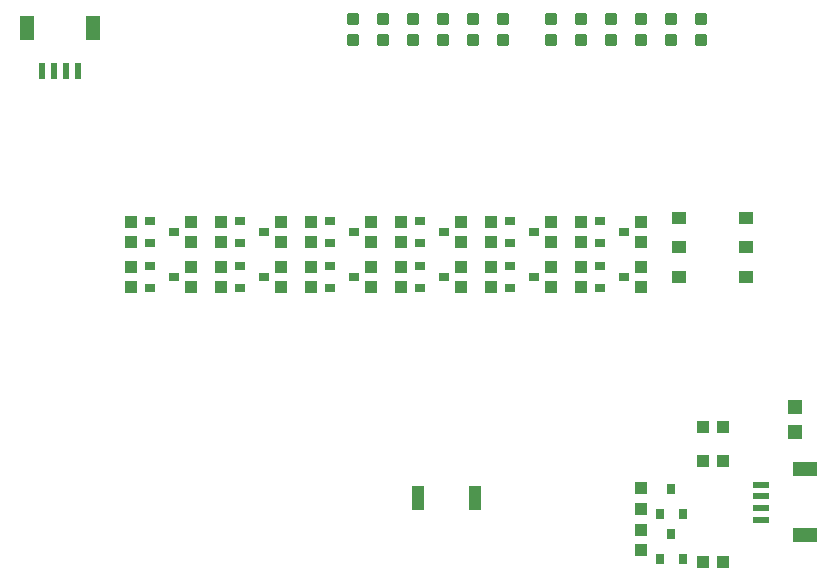
<source format=gtp>
G04 EAGLE Gerber RS-274X export*
G75*
%MOMM*%
%FSLAX34Y34*%
%LPD*%
%INSolderpaste Top*%
%IPPOS*%
%AMOC8*
5,1,8,0,0,1.08239X$1,22.5*%
G01*
%ADD10R,2.000000X1.200000*%
%ADD11R,1.350000X0.600000*%
%ADD12R,1.200000X1.200000*%
%ADD13R,1.000000X2.000000*%
%ADD14R,1.100000X1.000000*%
%ADD15C,0.300000*%
%ADD16R,1.200000X2.000000*%
%ADD17R,0.600000X1.350000*%
%ADD18R,1.000000X1.100000*%
%ADD19R,0.900000X0.800000*%
%ADD20R,0.800000X0.900000*%
%ADD21R,1.150000X1.000000*%


D10*
X671750Y111700D03*
X671750Y167700D03*
D11*
X635000Y124700D03*
X635000Y134700D03*
X635000Y144700D03*
X635000Y154700D03*
D12*
X663575Y199050D03*
X663575Y220050D03*
D13*
X344300Y142875D03*
X392300Y142875D03*
D14*
X585225Y203200D03*
X602225Y203200D03*
D15*
X587700Y534480D02*
X580700Y534480D01*
X587700Y534480D02*
X587700Y527480D01*
X580700Y527480D01*
X580700Y534480D01*
X580700Y530330D02*
X587700Y530330D01*
X587700Y533180D02*
X580700Y533180D01*
X580700Y552020D02*
X587700Y552020D01*
X587700Y545020D01*
X580700Y545020D01*
X580700Y552020D01*
X580700Y547870D02*
X587700Y547870D01*
X587700Y550720D02*
X580700Y550720D01*
X562300Y534480D02*
X555300Y534480D01*
X562300Y534480D02*
X562300Y527480D01*
X555300Y527480D01*
X555300Y534480D01*
X555300Y530330D02*
X562300Y530330D01*
X562300Y533180D02*
X555300Y533180D01*
X555300Y552020D02*
X562300Y552020D01*
X562300Y545020D01*
X555300Y545020D01*
X555300Y552020D01*
X555300Y547870D02*
X562300Y547870D01*
X562300Y550720D02*
X555300Y550720D01*
X536900Y534480D02*
X529900Y534480D01*
X536900Y534480D02*
X536900Y527480D01*
X529900Y527480D01*
X529900Y534480D01*
X529900Y530330D02*
X536900Y530330D01*
X536900Y533180D02*
X529900Y533180D01*
X529900Y552020D02*
X536900Y552020D01*
X536900Y545020D01*
X529900Y545020D01*
X529900Y552020D01*
X529900Y547870D02*
X536900Y547870D01*
X536900Y550720D02*
X529900Y550720D01*
X511500Y534480D02*
X504500Y534480D01*
X511500Y534480D02*
X511500Y527480D01*
X504500Y527480D01*
X504500Y534480D01*
X504500Y530330D02*
X511500Y530330D01*
X511500Y533180D02*
X504500Y533180D01*
X504500Y552020D02*
X511500Y552020D01*
X511500Y545020D01*
X504500Y545020D01*
X504500Y552020D01*
X504500Y547870D02*
X511500Y547870D01*
X511500Y550720D02*
X504500Y550720D01*
X486100Y534480D02*
X479100Y534480D01*
X486100Y534480D02*
X486100Y527480D01*
X479100Y527480D01*
X479100Y534480D01*
X479100Y530330D02*
X486100Y530330D01*
X486100Y533180D02*
X479100Y533180D01*
X479100Y552020D02*
X486100Y552020D01*
X486100Y545020D01*
X479100Y545020D01*
X479100Y552020D01*
X479100Y547870D02*
X486100Y547870D01*
X486100Y550720D02*
X479100Y550720D01*
X460700Y534480D02*
X453700Y534480D01*
X460700Y534480D02*
X460700Y527480D01*
X453700Y527480D01*
X453700Y534480D01*
X453700Y530330D02*
X460700Y530330D01*
X460700Y533180D02*
X453700Y533180D01*
X453700Y552020D02*
X460700Y552020D01*
X460700Y545020D01*
X453700Y545020D01*
X453700Y552020D01*
X453700Y547870D02*
X460700Y547870D01*
X460700Y550720D02*
X453700Y550720D01*
X420060Y534480D02*
X413060Y534480D01*
X420060Y534480D02*
X420060Y527480D01*
X413060Y527480D01*
X413060Y534480D01*
X413060Y530330D02*
X420060Y530330D01*
X420060Y533180D02*
X413060Y533180D01*
X413060Y552020D02*
X420060Y552020D01*
X420060Y545020D01*
X413060Y545020D01*
X413060Y552020D01*
X413060Y547870D02*
X420060Y547870D01*
X420060Y550720D02*
X413060Y550720D01*
X394660Y534480D02*
X387660Y534480D01*
X394660Y534480D02*
X394660Y527480D01*
X387660Y527480D01*
X387660Y534480D01*
X387660Y530330D02*
X394660Y530330D01*
X394660Y533180D02*
X387660Y533180D01*
X387660Y552020D02*
X394660Y552020D01*
X394660Y545020D01*
X387660Y545020D01*
X387660Y552020D01*
X387660Y547870D02*
X394660Y547870D01*
X394660Y550720D02*
X387660Y550720D01*
X369260Y534480D02*
X362260Y534480D01*
X369260Y534480D02*
X369260Y527480D01*
X362260Y527480D01*
X362260Y534480D01*
X362260Y530330D02*
X369260Y530330D01*
X369260Y533180D02*
X362260Y533180D01*
X362260Y552020D02*
X369260Y552020D01*
X369260Y545020D01*
X362260Y545020D01*
X362260Y552020D01*
X362260Y547870D02*
X369260Y547870D01*
X369260Y550720D02*
X362260Y550720D01*
X343860Y534480D02*
X336860Y534480D01*
X343860Y534480D02*
X343860Y527480D01*
X336860Y527480D01*
X336860Y534480D01*
X336860Y530330D02*
X343860Y530330D01*
X343860Y533180D02*
X336860Y533180D01*
X336860Y552020D02*
X343860Y552020D01*
X343860Y545020D01*
X336860Y545020D01*
X336860Y552020D01*
X336860Y547870D02*
X343860Y547870D01*
X343860Y550720D02*
X336860Y550720D01*
X318460Y534480D02*
X311460Y534480D01*
X318460Y534480D02*
X318460Y527480D01*
X311460Y527480D01*
X311460Y534480D01*
X311460Y530330D02*
X318460Y530330D01*
X318460Y533180D02*
X311460Y533180D01*
X311460Y552020D02*
X318460Y552020D01*
X318460Y545020D01*
X311460Y545020D01*
X311460Y552020D01*
X311460Y547870D02*
X318460Y547870D01*
X318460Y550720D02*
X311460Y550720D01*
X293060Y534480D02*
X286060Y534480D01*
X293060Y534480D02*
X293060Y527480D01*
X286060Y527480D01*
X286060Y534480D01*
X286060Y530330D02*
X293060Y530330D01*
X293060Y533180D02*
X286060Y533180D01*
X286060Y552020D02*
X293060Y552020D01*
X293060Y545020D01*
X286060Y545020D01*
X286060Y552020D01*
X286060Y547870D02*
X293060Y547870D01*
X293060Y550720D02*
X286060Y550720D01*
D16*
X69275Y541575D03*
X13275Y541575D03*
D17*
X56275Y504825D03*
X46275Y504825D03*
X36275Y504825D03*
X26275Y504825D03*
D18*
X482600Y338700D03*
X482600Y321700D03*
X482600Y376800D03*
X482600Y359800D03*
X406400Y338700D03*
X406400Y321700D03*
X406400Y376800D03*
X406400Y359800D03*
X330200Y338700D03*
X330200Y321700D03*
X330200Y376800D03*
X330200Y359800D03*
X254000Y338700D03*
X254000Y321700D03*
X254000Y376800D03*
X254000Y359800D03*
X177800Y338700D03*
X177800Y321700D03*
X177800Y376800D03*
X177800Y359800D03*
X101600Y338700D03*
X101600Y321700D03*
X101600Y376800D03*
X101600Y359800D03*
X533400Y338700D03*
X533400Y321700D03*
X533400Y376800D03*
X533400Y359800D03*
X457200Y338700D03*
X457200Y321700D03*
X457200Y376800D03*
X457200Y359800D03*
X381000Y338700D03*
X381000Y321700D03*
X381000Y376800D03*
X381000Y359800D03*
X304800Y338700D03*
X304800Y321700D03*
X304800Y376800D03*
X304800Y359800D03*
X228600Y338700D03*
X228600Y321700D03*
X228600Y376800D03*
X228600Y359800D03*
X152400Y338700D03*
X152400Y321700D03*
X152400Y376800D03*
X152400Y359800D03*
D19*
X498000Y339700D03*
X498000Y320700D03*
X519000Y330200D03*
X498000Y377800D03*
X498000Y358800D03*
X519000Y368300D03*
X421800Y339700D03*
X421800Y320700D03*
X442800Y330200D03*
X421800Y377800D03*
X421800Y358800D03*
X442800Y368300D03*
X345600Y339700D03*
X345600Y320700D03*
X366600Y330200D03*
X345600Y377800D03*
X345600Y358800D03*
X366600Y368300D03*
X269400Y339700D03*
X269400Y320700D03*
X290400Y330200D03*
X269400Y377800D03*
X269400Y358800D03*
X290400Y368300D03*
X193200Y339700D03*
X193200Y320700D03*
X214200Y330200D03*
X193200Y377800D03*
X193200Y358800D03*
X214200Y368300D03*
X117000Y339700D03*
X117000Y320700D03*
X138000Y330200D03*
X117000Y377800D03*
X117000Y358800D03*
X138000Y368300D03*
D20*
X549300Y91600D03*
X568300Y91600D03*
X558800Y112600D03*
X549300Y129700D03*
X568300Y129700D03*
X558800Y150700D03*
D14*
X602225Y88900D03*
X585225Y88900D03*
X602225Y174625D03*
X585225Y174625D03*
D18*
X533400Y116450D03*
X533400Y99450D03*
X533400Y151375D03*
X533400Y134375D03*
D21*
X565475Y380600D03*
X565475Y355600D03*
X565475Y330600D03*
X621975Y380600D03*
X621975Y355600D03*
X621975Y330600D03*
M02*

</source>
